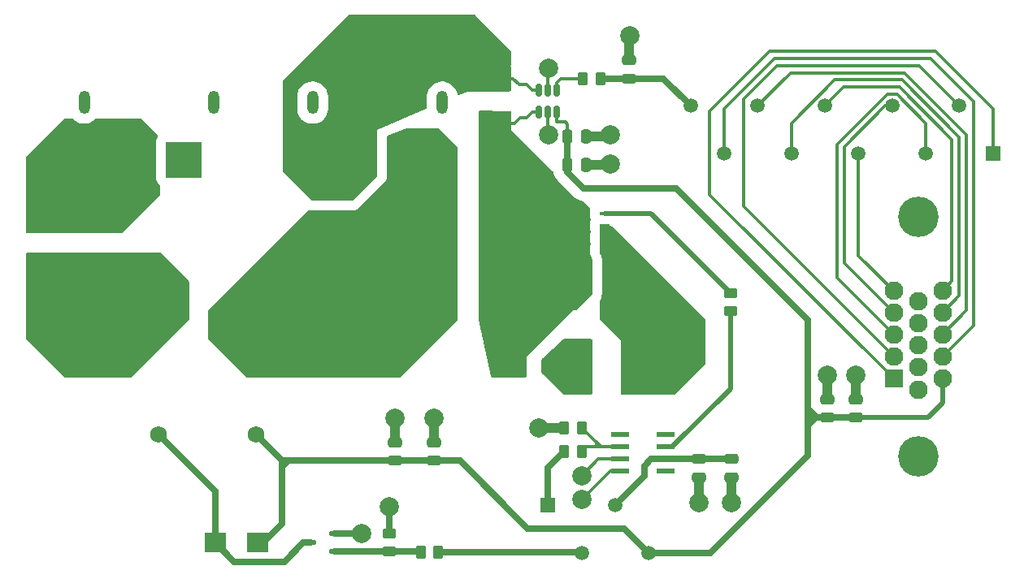
<source format=gtl>
%TF.GenerationSoftware,KiCad,Pcbnew,9.0.2*%
%TF.CreationDate,2025-06-28T00:06:52+08:00*%
%TF.ProjectId,KAPTON-HEATERV2,4b415054-4f4e-42d4-9845-415445525632,rev?*%
%TF.SameCoordinates,Original*%
%TF.FileFunction,Copper,L1,Top*%
%TF.FilePolarity,Positive*%
%FSLAX46Y46*%
G04 Gerber Fmt 4.6, Leading zero omitted, Abs format (unit mm)*
G04 Created by KiCad (PCBNEW 9.0.2) date 2025-06-28 00:06:52*
%MOMM*%
%LPD*%
G01*
G04 APERTURE LIST*
G04 Aperture macros list*
%AMRoundRect*
0 Rectangle with rounded corners*
0 $1 Rounding radius*
0 $2 $3 $4 $5 $6 $7 $8 $9 X,Y pos of 4 corners*
0 Add a 4 corners polygon primitive as box body*
4,1,4,$2,$3,$4,$5,$6,$7,$8,$9,$2,$3,0*
0 Add four circle primitives for the rounded corners*
1,1,$1+$1,$2,$3*
1,1,$1+$1,$4,$5*
1,1,$1+$1,$6,$7*
1,1,$1+$1,$8,$9*
0 Add four rect primitives between the rounded corners*
20,1,$1+$1,$2,$3,$4,$5,0*
20,1,$1+$1,$4,$5,$6,$7,0*
20,1,$1+$1,$6,$7,$8,$9,0*
20,1,$1+$1,$8,$9,$2,$3,0*%
G04 Aperture macros list end*
%TA.AperFunction,ComponentPad*%
%ADD10C,1.508000*%
%TD*%
%TA.AperFunction,ComponentPad*%
%ADD11R,1.508000X1.508000*%
%TD*%
%TA.AperFunction,SMDPad,CuDef*%
%ADD12R,3.050000X2.030000*%
%TD*%
%TA.AperFunction,SMDPad,CuDef*%
%ADD13R,8.380000X10.660000*%
%TD*%
%TA.AperFunction,SMDPad,CuDef*%
%ADD14RoundRect,0.250000X1.000000X-1.400000X1.000000X1.400000X-1.000000X1.400000X-1.000000X-1.400000X0*%
%TD*%
%TA.AperFunction,SMDPad,CuDef*%
%ADD15RoundRect,0.250000X0.475000X-0.250000X0.475000X0.250000X-0.475000X0.250000X-0.475000X-0.250000X0*%
%TD*%
%TA.AperFunction,ComponentPad*%
%ADD16R,3.716000X3.716000*%
%TD*%
%TA.AperFunction,ComponentPad*%
%ADD17C,3.716000*%
%TD*%
%TA.AperFunction,ComponentPad*%
%ADD18O,1.200000X2.400000*%
%TD*%
%TA.AperFunction,SMDPad,CuDef*%
%ADD19R,3.420000X2.640000*%
%TD*%
%TA.AperFunction,SMDPad,CuDef*%
%ADD20RoundRect,0.250000X0.262500X0.450000X-0.262500X0.450000X-0.262500X-0.450000X0.262500X-0.450000X0*%
%TD*%
%TA.AperFunction,SMDPad,CuDef*%
%ADD21R,1.981200X0.558800*%
%TD*%
%TA.AperFunction,SMDPad,CuDef*%
%ADD22RoundRect,0.250000X0.450000X-0.262500X0.450000X0.262500X-0.450000X0.262500X-0.450000X-0.262500X0*%
%TD*%
%TA.AperFunction,SMDPad,CuDef*%
%ADD23RoundRect,0.250000X-0.262500X-0.450000X0.262500X-0.450000X0.262500X0.450000X-0.262500X0.450000X0*%
%TD*%
%TA.AperFunction,SMDPad,CuDef*%
%ADD24RoundRect,0.147500X0.457500X0.147500X-0.457500X0.147500X-0.457500X-0.147500X0.457500X-0.147500X0*%
%TD*%
%TA.AperFunction,SMDPad,CuDef*%
%ADD25R,2.000000X5.520000*%
%TD*%
%TA.AperFunction,SMDPad,CuDef*%
%ADD26RoundRect,0.250000X0.250000X0.475000X-0.250000X0.475000X-0.250000X-0.475000X0.250000X-0.475000X0*%
%TD*%
%TA.AperFunction,SMDPad,CuDef*%
%ADD27RoundRect,0.150000X-0.150000X0.512500X-0.150000X-0.512500X0.150000X-0.512500X0.150000X0.512500X0*%
%TD*%
%TA.AperFunction,SMDPad,CuDef*%
%ADD28RoundRect,0.250000X-0.475000X0.250000X-0.475000X-0.250000X0.475000X-0.250000X0.475000X0.250000X0*%
%TD*%
%TA.AperFunction,ComponentPad*%
%ADD29R,1.950000X1.950000*%
%TD*%
%TA.AperFunction,ComponentPad*%
%ADD30C,1.950000*%
%TD*%
%TA.AperFunction,ComponentPad*%
%ADD31C,4.216000*%
%TD*%
%TA.AperFunction,SMDPad,CuDef*%
%ADD32R,2.250000X2.150000*%
%TD*%
%TA.AperFunction,SMDPad,CuDef*%
%ADD33RoundRect,0.250000X-0.450000X0.262500X-0.450000X-0.262500X0.450000X-0.262500X0.450000X0.262500X0*%
%TD*%
%TA.AperFunction,SMDPad,CuDef*%
%ADD34R,1.016000X0.457200*%
%TD*%
%TA.AperFunction,SMDPad,CuDef*%
%ADD35R,3.987900X4.314000*%
%TD*%
%TA.AperFunction,ComponentPad*%
%ADD36C,1.350000*%
%TD*%
%TA.AperFunction,SMDPad,CuDef*%
%ADD37RoundRect,0.250000X0.312500X0.625000X-0.312500X0.625000X-0.312500X-0.625000X0.312500X-0.625000X0*%
%TD*%
%TA.AperFunction,ComponentPad*%
%ADD38C,1.755000*%
%TD*%
%TA.AperFunction,ComponentPad*%
%ADD39C,3.090000*%
%TD*%
%TA.AperFunction,ViaPad*%
%ADD40C,2.000000*%
%TD*%
%TA.AperFunction,Conductor*%
%ADD41C,0.300000*%
%TD*%
%TA.AperFunction,Conductor*%
%ADD42C,0.500000*%
%TD*%
%TA.AperFunction,Conductor*%
%ADD43C,0.700000*%
%TD*%
%TA.AperFunction,Conductor*%
%ADD44C,1.000000*%
%TD*%
G04 APERTURE END LIST*
D10*
%TO.P,J3,10,10*%
%TO.N,Current Vout*%
X164750000Y-79700000D03*
%TO.P,J3,9,9*%
%TO.N,TH9*%
X168250000Y-84700000D03*
%TO.P,J3,8,8*%
%TO.N,TH8*%
X171750000Y-79700000D03*
%TO.P,J3,7,7*%
%TO.N,TH7*%
X175250000Y-84700000D03*
%TO.P,J3,6,6*%
%TO.N,TH6*%
X178750000Y-79700000D03*
%TO.P,J3,5,5*%
%TO.N,TH5*%
X182250000Y-84700000D03*
%TO.P,J3,4,4*%
%TO.N,TH4*%
X185750000Y-79700000D03*
%TO.P,J3,3,3*%
%TO.N,TH3*%
X189250000Y-84700000D03*
%TO.P,J3,2,2*%
%TO.N,TH2*%
X192750000Y-79700000D03*
D11*
%TO.P,J3,1,1*%
%TO.N,TH1*%
X196250000Y-84700000D03*
%TD*%
D12*
%TO.P,D2,1,A_1*%
%TO.N,HEATER OUT*%
X144372500Y-98360000D03*
%TO.P,D2,2,A_2*%
X144372500Y-93280000D03*
D13*
%TO.P,D2,3,K*%
%TO.N,/24V*%
X135757500Y-95820000D03*
%TD*%
D14*
%TO.P,D3,1*%
%TO.N,HEATER OUT*%
X151520000Y-99241750D03*
%TO.P,D3,2*%
%TO.N,GND*%
X158320000Y-99241750D03*
%TD*%
D15*
%TO.P,C9,1*%
%TO.N,5V*%
X133970000Y-116691750D03*
%TO.P,C9,2*%
%TO.N,GND*%
X133970000Y-114791750D03*
%TD*%
D16*
%TO.P,J1,1,+*%
%TO.N,/24V*%
X135722500Y-85360000D03*
D17*
%TO.P,J1,2,-*%
%TO.N,SHUNT HIGH*%
X128522500Y-85360000D03*
D18*
%TO.P,J1,S1*%
%TO.N,GND*%
X138872500Y-79360000D03*
%TO.P,J1,S2*%
X125372500Y-79360000D03*
%TD*%
D19*
%TO.P,R5,1*%
%TO.N,HEATER OUT*%
X144372500Y-81540000D03*
%TO.P,R5,2*%
%TO.N,SHUNT HIGH*%
X144372500Y-76860000D03*
%TD*%
D20*
%TO.P,R7,1*%
%TO.N,Current Vout*%
X155372500Y-76860000D03*
%TO.P,R7,2*%
%TO.N,Net-(R7-Pad2)*%
X153547500Y-76860000D03*
%TD*%
D21*
%TO.P,U1,1,NC*%
%TO.N,unconnected-(U1-NC-Pad1)*%
X157420000Y-113971750D03*
%TO.P,U1,2,INPUT_A*%
%TO.N,Net-(U1-INPUT_A)*%
X157420000Y-115241750D03*
%TO.P,U1,3,GND*%
%TO.N,GND*%
X157420000Y-116511750D03*
%TO.P,U1,4,INPUT_B*%
X157420000Y-117781750D03*
%TO.P,U1,5,OUT_B*%
%TO.N,unconnected-(U1-OUT_B-Pad5)*%
X162144400Y-117781750D03*
%TO.P,U1,6,VDD*%
%TO.N,10V*%
X162144400Y-116511750D03*
%TO.P,U1,7,OUT_A*%
%TO.N,10V PWM*%
X162144400Y-115241750D03*
%TO.P,U1,8,NC*%
%TO.N,unconnected-(U1-NC-Pad8)*%
X162144400Y-113971750D03*
%TD*%
D20*
%TO.P,R1,2*%
%TO.N,Net-(Q1-Pad1)*%
X136627500Y-126241750D03*
%TO.P,R1,1*%
%TO.N,RELAY*%
X138452500Y-126241750D03*
%TD*%
D11*
%TO.P,J4,1,1*%
%TO.N,PWM*%
X149910000Y-121311750D03*
D10*
%TO.P,J4,2,2*%
%TO.N,RELAY*%
X153410000Y-126311750D03*
%TO.P,J4,3,3*%
%TO.N,10V*%
X156910000Y-121311750D03*
%TO.P,J4,4,4*%
%TO.N,5V*%
X160410000Y-126311750D03*
%TD*%
D22*
%TO.P,R4,1*%
%TO.N,Net-(Q1-Pad1)*%
X133365000Y-126154250D03*
%TO.P,R4,2*%
%TO.N,GND*%
X133365000Y-124329250D03*
%TD*%
D23*
%TO.P,R2,1*%
%TO.N,PWM*%
X151595000Y-115741750D03*
%TO.P,R2,2*%
%TO.N,Net-(U1-INPUT_A)*%
X153420000Y-115741750D03*
%TD*%
D24*
%TO.P,Q1,1*%
%TO.N,Net-(Q1-Pad1)*%
X127675000Y-126191750D03*
%TO.P,Q1,2*%
%TO.N,GND*%
X127675000Y-124291750D03*
%TO.P,Q1,3*%
%TO.N,Net-(D1-A)*%
X125165000Y-125241750D03*
%TD*%
D25*
%TO.P,C4,1*%
%TO.N,Net-(C4-Pad1)*%
X153384000Y-106871750D03*
%TO.P,C4,2*%
%TO.N,GND*%
X158590000Y-106871750D03*
%TD*%
D26*
%TO.P,C5,1*%
%TO.N,GND*%
X153822500Y-82860000D03*
%TO.P,C5,2*%
%TO.N,5V*%
X151922500Y-82860000D03*
%TD*%
D27*
%TO.P,U2,1*%
%TO.N,Net-(R7-Pad2)*%
X150822500Y-78062500D03*
%TO.P,U2,2,GND*%
%TO.N,GND*%
X149872500Y-78062500D03*
%TO.P,U2,3,+*%
%TO.N,SHUNT HIGH*%
X148922500Y-78062500D03*
%TO.P,U2,4,-*%
%TO.N,HEATER OUT*%
X148922500Y-80337500D03*
%TO.P,U2,5,REF*%
%TO.N,GND*%
X149872500Y-80337500D03*
%TO.P,U2,6,V+*%
%TO.N,5V*%
X150822500Y-80337500D03*
%TD*%
D28*
%TO.P,C2,1*%
%TO.N,10V*%
X165590000Y-116521750D03*
%TO.P,C2,2*%
%TO.N,GND*%
X165590000Y-118421750D03*
%TD*%
D15*
%TO.P,C10,1*%
%TO.N,5V*%
X138000000Y-116691750D03*
%TO.P,C10,2*%
%TO.N,GND*%
X138000000Y-114791750D03*
%TD*%
D29*
%TO.P,J5,1,1*%
%TO.N,TH1*%
X185920000Y-108121750D03*
D30*
%TO.P,J5,2,2*%
%TO.N,TH2*%
X185920000Y-105831750D03*
%TO.P,J5,3,3*%
%TO.N,TH3*%
X185920000Y-103541750D03*
%TO.P,J5,4,4*%
%TO.N,TH4*%
X185920000Y-101251750D03*
%TO.P,J5,5,5*%
%TO.N,TH5*%
X185920000Y-98961750D03*
%TO.P,J5,6,6*%
%TO.N,unconnected-(J5-Pad6)*%
X188460000Y-109261750D03*
%TO.P,J5,7,7*%
%TO.N,unconnected-(J5-Pad7)*%
X188460000Y-106971750D03*
%TO.P,J5,8,8*%
%TO.N,unconnected-(J5-Pad8)*%
X188460000Y-104681750D03*
%TO.P,J5,9,9*%
%TO.N,unconnected-(J5-Pad9)*%
X188460000Y-102391750D03*
%TO.P,J5,10,10*%
%TO.N,GND*%
X188460000Y-100101750D03*
%TO.P,J5,11,11*%
%TO.N,5V*%
X191000000Y-108121750D03*
%TO.P,J5,12,12*%
%TO.N,TH9*%
X191000000Y-105831750D03*
%TO.P,J5,13,13*%
%TO.N,TH8*%
X191000000Y-103541750D03*
%TO.P,J5,14,14*%
%TO.N,TH7*%
X191000000Y-101251750D03*
%TO.P,J5,15,15*%
%TO.N,TH6*%
X191000000Y-98961750D03*
D31*
%TO.P,J5,S1,SHIELD*%
%TO.N,GND*%
X188460000Y-116281750D03*
%TO.P,J5,S2,SHIELD__1*%
X188460000Y-91291750D03*
%TD*%
D32*
%TO.P,D1,1,K*%
%TO.N,5V*%
X119620000Y-125241750D03*
%TO.P,D1,2,A*%
%TO.N,Net-(D1-A)*%
X115220000Y-125241750D03*
%TD*%
D15*
%TO.P,C6,1*%
%TO.N,Current Vout*%
X158372500Y-76860000D03*
%TO.P,C6,2*%
%TO.N,GND*%
X158372500Y-74960000D03*
%TD*%
D33*
%TO.P,R6,1*%
%TO.N,Net-(MOSFET1-Pad4)*%
X168920000Y-99241750D03*
%TO.P,R6,2*%
%TO.N,10V PWM*%
X168920000Y-101066750D03*
%TD*%
D20*
%TO.P,R3,1*%
%TO.N,Net-(U1-INPUT_A)*%
X153420000Y-113241750D03*
%TO.P,R3,2*%
%TO.N,GND*%
X151595000Y-113241750D03*
%TD*%
D28*
%TO.P,C1,1*%
%TO.N,10V*%
X169030000Y-116521750D03*
%TO.P,C1,2*%
%TO.N,GND*%
X169030000Y-118421750D03*
%TD*%
D34*
%TO.P,MOSFET1,1,1*%
%TO.N,GND*%
X155762000Y-94741750D03*
%TO.P,MOSFET1,2,2*%
X155762000Y-93471750D03*
%TO.P,MOSFET1,3,3*%
X155762000Y-92201750D03*
%TO.P,MOSFET1,4,4*%
%TO.N,Net-(MOSFET1-Pad4)*%
X155762000Y-90931750D03*
%TO.P,MOSFET1,5,5*%
%TO.N,HEATER OUT*%
X149920000Y-90931750D03*
%TO.P,MOSFET1,6,6*%
X149920000Y-92201750D03*
%TO.P,MOSFET1,7,7*%
X149920000Y-93471750D03*
%TO.P,MOSFET1,8,8*%
X149920000Y-94741750D03*
D35*
%TO.P,MOSFET1,9,9*%
X152269550Y-92834750D03*
%TD*%
D15*
%TO.P,C7,1*%
%TO.N,5V*%
X179025000Y-112191750D03*
%TO.P,C7,2*%
%TO.N,GND*%
X179025000Y-110291750D03*
%TD*%
D36*
%TO.P,F1,1*%
%TO.N,Net-(J2--)*%
X97500000Y-91460000D03*
%TO.P,F1,2*%
%TO.N,Net-(K1-COM)*%
X97500000Y-96540000D03*
%TD*%
D15*
%TO.P,C8,1*%
%TO.N,5V*%
X182000000Y-112191750D03*
%TO.P,C8,2*%
%TO.N,GND*%
X182000000Y-110291750D03*
%TD*%
D26*
%TO.P,C3,1*%
%TO.N,GND*%
X153822500Y-85860000D03*
%TO.P,C3,2*%
%TO.N,5V*%
X151922500Y-85860000D03*
%TD*%
D37*
%TO.P,R8,1*%
%TO.N,Net-(C4-Pad1)*%
X149790000Y-106851750D03*
%TO.P,R8,2*%
%TO.N,HEATER OUT*%
X146865000Y-106851750D03*
%TD*%
D16*
%TO.P,J2,1,+*%
%TO.N,GND*%
X111930000Y-85341750D03*
D17*
%TO.P,J2,2,-*%
%TO.N,Net-(J2--)*%
X104730000Y-85341750D03*
D18*
%TO.P,J2,S1*%
%TO.N,GND*%
X115080000Y-79341750D03*
%TO.P,J2,S2*%
X101580000Y-79341750D03*
%TD*%
D38*
%TO.P,K1,1,COIL_1*%
%TO.N,5V*%
X119500000Y-114000000D03*
%TO.P,K1,2,COIL_2*%
%TO.N,Net-(D1-A)*%
X109340000Y-114000000D03*
D39*
%TO.P,K1,3,COM*%
%TO.N,Net-(K1-COM)*%
X105530000Y-101300000D03*
%TO.P,K1,4,NO*%
%TO.N,/24V*%
X123310000Y-98760000D03*
%TD*%
D40*
%TO.N,GND*%
X156420000Y-82741750D03*
X164420000Y-105741750D03*
X179025000Y-107741750D03*
X164420000Y-103241750D03*
X133920000Y-112241750D03*
X158400000Y-72400000D03*
X165620000Y-121041750D03*
X138000000Y-112241750D03*
X149920000Y-82741750D03*
X130490000Y-124261750D03*
X153420000Y-118241750D03*
X133377500Y-121521750D03*
X161920000Y-100741750D03*
X182000000Y-107741750D03*
X161920000Y-108241750D03*
X156420000Y-85741750D03*
X161920000Y-105741750D03*
X153420000Y-120741750D03*
X161920000Y-103241750D03*
X149920000Y-75741750D03*
X148920000Y-113241750D03*
X169020000Y-121041750D03*
%TD*%
D41*
%TO.N,TH1*%
X196250000Y-80000000D02*
X196250000Y-84700000D01*
X173000000Y-74000000D02*
X190250000Y-74000000D01*
X190250000Y-74000000D02*
X196250000Y-80000000D01*
X166750000Y-80250000D02*
X173000000Y-74000000D01*
X166750000Y-88951750D02*
X166750000Y-80250000D01*
X185920000Y-108121750D02*
X166750000Y-88951750D01*
%TO.N,TH9*%
X173500000Y-74750000D02*
X168250000Y-80000000D01*
X189750000Y-74750000D02*
X173500000Y-74750000D01*
X194250000Y-79250000D02*
X189750000Y-74750000D01*
X168250000Y-80000000D02*
X168250000Y-84700000D01*
X194250000Y-102581750D02*
X194250000Y-79250000D01*
X191000000Y-105831750D02*
X194250000Y-102581750D01*
%TO.N,TH2*%
X173750000Y-75500000D02*
X188550000Y-75500000D01*
X170250000Y-79000000D02*
X173750000Y-75500000D01*
X170250000Y-90161750D02*
X170250000Y-79000000D01*
X188550000Y-75500000D02*
X192750000Y-79700000D01*
X185920000Y-105831750D02*
X170250000Y-90161750D01*
%TO.N,TH8*%
X175200000Y-76250000D02*
X171750000Y-79700000D01*
X193500000Y-82750000D02*
X187000000Y-76250000D01*
X193500000Y-101041750D02*
X193500000Y-82750000D01*
X191000000Y-103541750D02*
X193500000Y-101041750D01*
X187000000Y-76250000D02*
X175200000Y-76250000D01*
%TO.N,TH7*%
X175250000Y-81500000D02*
X175250000Y-84700000D01*
X186750000Y-77000000D02*
X179750000Y-77000000D01*
X192750000Y-83000000D02*
X186750000Y-77000000D01*
X192750000Y-99501750D02*
X192750000Y-83000000D01*
X191000000Y-101251750D02*
X192750000Y-99501750D01*
X179750000Y-77000000D02*
X175250000Y-81500000D01*
%TO.N,TH6*%
X191975000Y-97986750D02*
X191000000Y-98961750D01*
X191975000Y-83225000D02*
X191975000Y-97986750D01*
X186500000Y-77750000D02*
X191975000Y-83225000D01*
X180700000Y-77750000D02*
X186500000Y-77750000D01*
X178750000Y-79700000D02*
X180700000Y-77750000D01*
%TO.N,TH3*%
X189250000Y-81500000D02*
X189250000Y-84700000D01*
X186250000Y-78500000D02*
X189250000Y-81500000D01*
X180000000Y-83750000D02*
X185250000Y-78500000D01*
X180000000Y-97621750D02*
X180000000Y-83750000D01*
X185920000Y-103541750D02*
X180000000Y-97621750D01*
X185250000Y-78500000D02*
X186250000Y-78500000D01*
%TO.N,TH4*%
X185050000Y-79700000D02*
X185750000Y-79700000D01*
X180750000Y-96081750D02*
X180750000Y-84000000D01*
X180750000Y-84000000D02*
X185050000Y-79700000D01*
X185920000Y-101251750D02*
X180750000Y-96081750D01*
%TO.N,TH5*%
X182250000Y-95291750D02*
X182250000Y-84700000D01*
X185920000Y-98961750D02*
X182250000Y-95291750D01*
D42*
%TO.N,5V*%
X189508250Y-112191750D02*
X191000000Y-110700000D01*
X191000000Y-110700000D02*
X191000000Y-108121750D01*
X182000000Y-112191750D02*
X189508250Y-112191750D01*
D43*
X140691750Y-116691750D02*
X133970000Y-116691750D01*
X147741750Y-123741750D02*
X140691750Y-116691750D01*
X157840000Y-123741750D02*
X147741750Y-123741750D01*
X160410000Y-126311750D02*
X157840000Y-123741750D01*
%TO.N,Net-(D1-A)*%
X115220000Y-119880000D02*
X109340000Y-114000000D01*
X115220000Y-125241750D02*
X115220000Y-119880000D01*
%TO.N,5V*%
X122191750Y-118000000D02*
X122191750Y-117370000D01*
X122191750Y-118000000D02*
X122191750Y-123308250D01*
X122191750Y-117370000D02*
X122870000Y-116691750D01*
X120258250Y-125241750D02*
X119620000Y-125241750D01*
X122191750Y-123308250D02*
X120258250Y-125241750D01*
X122191750Y-116691750D02*
X122191750Y-118000000D01*
X122870000Y-116691750D02*
X122191750Y-116691750D01*
X122191750Y-116691750D02*
X119500000Y-114000000D01*
D44*
%TO.N,GND*%
X153822500Y-82860000D02*
X156301750Y-82860000D01*
D41*
X149872500Y-82694250D02*
X149920000Y-82741750D01*
D44*
X151595000Y-113241750D02*
X148920000Y-113241750D01*
D43*
X153920000Y-118241750D02*
X153420000Y-118241750D01*
X129870000Y-124291750D02*
X129920000Y-124241750D01*
D44*
X158372500Y-74960000D02*
X158372500Y-72427500D01*
D41*
X156380000Y-117781750D02*
X153420000Y-120741750D01*
D44*
X165590000Y-121011750D02*
X165620000Y-121041750D01*
X156301750Y-82860000D02*
X156420000Y-82741750D01*
X179025000Y-110291750D02*
X179025000Y-107741750D01*
D43*
X127675000Y-124291750D02*
X130460000Y-124291750D01*
D44*
X133970000Y-112291750D02*
X133920000Y-112241750D01*
X156301750Y-85860000D02*
X156420000Y-85741750D01*
X165590000Y-118421750D02*
X165590000Y-121011750D01*
X133970000Y-114791750D02*
X133970000Y-112291750D01*
D41*
X149872500Y-75789250D02*
X149920000Y-75741750D01*
D43*
X133365000Y-124329250D02*
X133365000Y-121534250D01*
D41*
X149872500Y-78062500D02*
X149872500Y-75789250D01*
D44*
X182000000Y-110291750D02*
X182000000Y-107741750D01*
D43*
X133365000Y-121534250D02*
X133377500Y-121521750D01*
D44*
X138000000Y-114791750D02*
X138000000Y-112241750D01*
D43*
X130460000Y-124291750D02*
X130490000Y-124261750D01*
D41*
X155150000Y-116511750D02*
X153420000Y-118241750D01*
X149872500Y-80337500D02*
X149872500Y-82694250D01*
D44*
X169030000Y-121031750D02*
X169020000Y-121041750D01*
D41*
X157420000Y-116511750D02*
X155150000Y-116511750D01*
D44*
X169030000Y-118421750D02*
X169030000Y-121031750D01*
D41*
X157420000Y-117781750D02*
X156380000Y-117781750D01*
D44*
X153822500Y-85860000D02*
X156301750Y-85860000D01*
X158372500Y-72427500D02*
X158400000Y-72400000D01*
D43*
%TO.N,5V*%
X133970000Y-116691750D02*
X122870000Y-116691750D01*
D41*
X150900000Y-81400000D02*
X151745000Y-81400000D01*
D43*
X160410000Y-126311750D02*
X166792394Y-126311750D01*
X179025000Y-112191750D02*
X182000000Y-112191750D01*
X176960000Y-110500000D02*
X176960000Y-102007544D01*
X176960000Y-113031750D02*
X176960000Y-113500000D01*
X178875000Y-112041750D02*
X179025000Y-112191750D01*
X151922500Y-86585000D02*
X153619250Y-88281750D01*
X176960000Y-112191750D02*
X178210000Y-112191750D01*
X178975000Y-112241750D02*
X179025000Y-112191750D01*
X177870000Y-112191750D02*
X176960000Y-111281750D01*
D41*
X151922500Y-81577500D02*
X151922500Y-82860000D01*
D43*
X178210000Y-112191750D02*
X177870000Y-112191750D01*
D41*
X150822500Y-80337500D02*
X150822500Y-81322500D01*
D43*
X177800000Y-112191750D02*
X176960000Y-113031750D01*
D41*
X151745000Y-81400000D02*
X151922500Y-81577500D01*
D43*
X177870000Y-112191750D02*
X177800000Y-112191750D01*
X176960000Y-113500000D02*
X176960000Y-110500000D01*
X166792394Y-126311750D02*
X176960000Y-116144144D01*
X151922500Y-85860000D02*
X151922500Y-86585000D01*
D41*
X150822500Y-81322500D02*
X150900000Y-81400000D01*
D43*
X176960000Y-111281750D02*
X176960000Y-110500000D01*
X151922500Y-85860000D02*
X151922500Y-82860000D01*
X153619250Y-88281750D02*
X163234206Y-88281750D01*
X176960000Y-102007544D02*
X163234206Y-88281750D01*
X176960000Y-113500000D02*
X176960000Y-116144144D01*
%TO.N,PWM*%
X149910000Y-117426750D02*
X151595000Y-115741750D01*
X149910000Y-121311750D02*
X149910000Y-117426750D01*
%TO.N,RELAY*%
X138452500Y-126241750D02*
X153340000Y-126241750D01*
X153340000Y-126241750D02*
X153410000Y-126311750D01*
%TO.N,Current Vout*%
X161910000Y-76860000D02*
X164750000Y-79700000D01*
X158372500Y-76860000D02*
X161910000Y-76860000D01*
X155372500Y-76860000D02*
X158372500Y-76860000D01*
%TO.N,Net-(D1-A)*%
X117220000Y-127241750D02*
X122420000Y-127241750D01*
X122420000Y-127241750D02*
X124420000Y-125241750D01*
X124420000Y-125241750D02*
X125165000Y-125241750D01*
X115220000Y-125241750D02*
X117220000Y-127241750D01*
%TO.N,10V*%
X162144400Y-116511750D02*
X165580000Y-116511750D01*
X160650000Y-116511750D02*
X159920000Y-117241750D01*
X165580000Y-116511750D02*
X165590000Y-116521750D01*
X162144400Y-116511750D02*
X160650000Y-116511750D01*
X169030000Y-116521750D02*
X165590000Y-116521750D01*
X159920000Y-117241750D02*
X159920000Y-118301750D01*
X159920000Y-118301750D02*
X156910000Y-121311750D01*
D41*
%TO.N,HEATER OUT*%
X148262500Y-80337500D02*
X147700000Y-80900000D01*
X146360000Y-81540000D02*
X144372500Y-81540000D01*
X148922500Y-80337500D02*
X148262500Y-80337500D01*
X147700000Y-80900000D02*
X147000000Y-80900000D01*
X147000000Y-80900000D02*
X146360000Y-81540000D01*
D43*
%TO.N,Net-(Q1-Pad1)*%
X133327500Y-126191750D02*
X133365000Y-126154250D01*
X133365000Y-126154250D02*
X136540000Y-126154250D01*
X127675000Y-126191750D02*
X133327500Y-126191750D01*
X136540000Y-126154250D02*
X136627500Y-126241750D01*
D42*
%TO.N,10V PWM*%
X162855600Y-115241750D02*
X168920000Y-109177350D01*
X162144400Y-115241750D02*
X162855600Y-115241750D01*
X168920000Y-109177350D02*
X168920000Y-101066750D01*
D41*
%TO.N,Net-(U1-INPUT_A)*%
X155420000Y-115241750D02*
X155089125Y-114910875D01*
X154800000Y-115241750D02*
X153920000Y-115241750D01*
X155089125Y-114910875D02*
X154789125Y-114610875D01*
X157420000Y-115241750D02*
X155420000Y-115241750D01*
X154970875Y-115070875D02*
X154800000Y-115241750D01*
X154970875Y-114792625D02*
X154970875Y-115070875D01*
X154789125Y-114610875D02*
X154970875Y-114792625D01*
X153920000Y-115241750D02*
X153420000Y-115741750D01*
X155089125Y-114910875D02*
X155089125Y-114952625D01*
X157420000Y-115241750D02*
X154800000Y-115241750D01*
X155089125Y-114952625D02*
X154970875Y-115070875D01*
X154789125Y-114610875D02*
X153420000Y-113241750D01*
%TO.N,SHUNT HIGH*%
X148262500Y-78062500D02*
X147700000Y-77500000D01*
X146900000Y-77500000D02*
X146260000Y-76860000D01*
X146260000Y-76860000D02*
X144372500Y-76860000D01*
X147700000Y-77500000D02*
X146900000Y-77500000D01*
X148922500Y-78062500D02*
X148262500Y-78062500D01*
D42*
%TO.N,Net-(MOSFET1-Pad4)*%
X168920000Y-99241750D02*
X160610000Y-90931750D01*
X160610000Y-90931750D02*
X155762000Y-90931750D01*
D41*
%TO.N,Net-(R7-Pad2)*%
X151240000Y-76860000D02*
X153547500Y-76860000D01*
X150822500Y-77277500D02*
X151240000Y-76860000D01*
X150822500Y-78062500D02*
X150822500Y-77277500D01*
%TD*%
%TA.AperFunction,Conductor*%
%TO.N,Net-(C4-Pad1)*%
G36*
X154443039Y-104019685D02*
G01*
X154488794Y-104072489D01*
X154500000Y-104124000D01*
X154500000Y-109676000D01*
X154480315Y-109743039D01*
X154427511Y-109788794D01*
X154376000Y-109800000D01*
X151551362Y-109800000D01*
X151484323Y-109780315D01*
X151463681Y-109763681D01*
X149336319Y-107636319D01*
X149302834Y-107574996D01*
X149300000Y-107548638D01*
X149300000Y-106054853D01*
X149319685Y-105987814D01*
X149340585Y-105963103D01*
X151464528Y-104032246D01*
X151527374Y-104001717D01*
X151547939Y-104000000D01*
X154376000Y-104000000D01*
X154443039Y-104019685D01*
G37*
%TD.AperFunction*%
%TD*%
%TA.AperFunction,Conductor*%
%TO.N,HEATER OUT*%
G36*
X144115677Y-80219685D02*
G01*
X144136319Y-80236319D01*
X150408539Y-86508539D01*
X150441099Y-86565921D01*
X150487403Y-86749681D01*
X150580493Y-86954627D01*
X150613464Y-87002217D01*
X150649415Y-87054109D01*
X150665416Y-87086403D01*
X150670942Y-87103412D01*
X150767451Y-87292820D01*
X150892389Y-87464784D01*
X150892393Y-87464788D01*
X150892396Y-87464792D01*
X151001538Y-87573934D01*
X151047038Y-87619434D01*
X151047049Y-87619444D01*
X152586020Y-89158415D01*
X152586034Y-89158430D01*
X152589145Y-89161541D01*
X152589146Y-89161542D01*
X152739458Y-89311854D01*
X152739461Y-89311856D01*
X152739465Y-89311860D01*
X152911429Y-89436798D01*
X152911431Y-89436799D01*
X152911434Y-89436801D01*
X153100838Y-89533307D01*
X153303007Y-89598996D01*
X153496088Y-89629578D01*
X153559221Y-89659506D01*
X153564369Y-89664369D01*
X154248455Y-90348455D01*
X154281940Y-90409778D01*
X154279990Y-90470246D01*
X154264114Y-90525729D01*
X154264113Y-90525736D01*
X154253500Y-90645116D01*
X154253500Y-91218378D01*
X154253501Y-91218384D01*
X154264113Y-91337765D01*
X154319873Y-91532639D01*
X154319873Y-91600861D01*
X154264114Y-91795733D01*
X154264113Y-91795736D01*
X154253500Y-91915116D01*
X154253500Y-92488378D01*
X154253501Y-92488384D01*
X154264113Y-92607765D01*
X154319873Y-92802639D01*
X154319873Y-92870861D01*
X154264114Y-93065733D01*
X154264113Y-93065736D01*
X154253500Y-93185116D01*
X154253500Y-93758378D01*
X154253501Y-93758384D01*
X154264113Y-93877765D01*
X154319873Y-94072639D01*
X154319873Y-94140861D01*
X154264114Y-94335733D01*
X154264113Y-94335736D01*
X154253500Y-94455116D01*
X154253500Y-95028378D01*
X154253501Y-95028384D01*
X154264113Y-95147765D01*
X154320089Y-95343395D01*
X154320090Y-95343398D01*
X154320091Y-95343399D01*
X154414302Y-95523757D01*
X154472102Y-95594644D01*
X154499211Y-95659038D01*
X154500000Y-95673003D01*
X154500000Y-99348638D01*
X154480315Y-99415677D01*
X154463681Y-99436319D01*
X152936319Y-100963681D01*
X152874996Y-100997166D01*
X152848638Y-101000000D01*
X152499999Y-101000000D01*
X147700000Y-105799999D01*
X147700000Y-107876000D01*
X147680315Y-107943039D01*
X147627511Y-107988794D01*
X147576000Y-108000000D01*
X144100010Y-108000000D01*
X144032971Y-107980315D01*
X143987216Y-107927511D01*
X143978822Y-107902257D01*
X142702812Y-102012978D01*
X142700000Y-101986721D01*
X142700000Y-80324000D01*
X142719685Y-80256961D01*
X142772489Y-80211206D01*
X142824000Y-80200000D01*
X144048638Y-80200000D01*
X144115677Y-80219685D01*
G37*
%TD.AperFunction*%
%TD*%
%TA.AperFunction,Conductor*%
%TO.N,GND*%
G36*
X155538105Y-92162375D02*
G01*
X155663583Y-92182250D01*
X156430888Y-92182250D01*
X156497927Y-92201935D01*
X156518569Y-92218569D01*
X166263681Y-101963681D01*
X166297166Y-102025004D01*
X166300000Y-102051362D01*
X166300000Y-106548638D01*
X166280315Y-106615677D01*
X166263681Y-106636319D01*
X163136319Y-109763681D01*
X163074996Y-109797166D01*
X163048638Y-109800000D01*
X157624000Y-109800000D01*
X157556961Y-109780315D01*
X157511206Y-109727511D01*
X157500000Y-109676000D01*
X157500000Y-104200000D01*
X155336319Y-102036319D01*
X155302834Y-101974996D01*
X155300000Y-101948638D01*
X155300000Y-100028114D01*
X155319685Y-99961075D01*
X155320410Y-99959959D01*
X155368308Y-99887374D01*
X155445083Y-99698967D01*
X155464768Y-99631928D01*
X155484917Y-99551044D01*
X155505500Y-99348638D01*
X155505500Y-95673003D01*
X155503899Y-95616284D01*
X155503110Y-95602319D01*
X155485502Y-95463434D01*
X155425937Y-95268899D01*
X155398828Y-95204505D01*
X155363340Y-95129106D01*
X155320463Y-95064047D01*
X155300008Y-94997238D01*
X155300000Y-94995811D01*
X155300000Y-94377778D01*
X155303575Y-94348218D01*
X155304790Y-94343267D01*
X155325373Y-94140862D01*
X155325373Y-94072627D01*
X155322470Y-93996294D01*
X155322470Y-93996291D01*
X155301945Y-93881770D01*
X155300000Y-93859895D01*
X155300000Y-93107778D01*
X155303575Y-93078218D01*
X155304790Y-93073267D01*
X155325373Y-92870862D01*
X155325373Y-92802627D01*
X155322470Y-92726294D01*
X155322470Y-92726291D01*
X155301945Y-92611770D01*
X155300000Y-92589895D01*
X155300000Y-92284849D01*
X155302550Y-92276163D01*
X155301262Y-92267202D01*
X155312240Y-92243161D01*
X155319685Y-92217810D01*
X155326525Y-92211882D01*
X155330287Y-92203646D01*
X155352521Y-92189356D01*
X155372489Y-92172055D01*
X155383003Y-92169767D01*
X155389065Y-92165872D01*
X155424000Y-92160849D01*
X155518708Y-92160849D01*
X155538105Y-92162375D01*
G37*
%TD.AperFunction*%
%TD*%
%TA.AperFunction,Conductor*%
%TO.N,Net-(J2--)*%
G36*
X100390478Y-81019685D02*
G01*
X100411120Y-81036319D01*
X100537345Y-81162544D01*
X100537350Y-81162548D01*
X100715117Y-81291702D01*
X100741155Y-81310620D01*
X100884184Y-81383497D01*
X100965616Y-81424989D01*
X100965618Y-81424989D01*
X100965621Y-81424991D01*
X101205215Y-81502840D01*
X101454038Y-81542250D01*
X101454039Y-81542250D01*
X101705961Y-81542250D01*
X101705962Y-81542250D01*
X101954785Y-81502840D01*
X102194379Y-81424991D01*
X102418845Y-81310620D01*
X102622656Y-81162543D01*
X102748880Y-81036319D01*
X102810203Y-81002834D01*
X102836561Y-81000000D01*
X107448638Y-81000000D01*
X107515677Y-81019685D01*
X107536319Y-81036319D01*
X109242035Y-82742035D01*
X109275520Y-82803358D01*
X109270536Y-82873050D01*
X109250459Y-82908073D01*
X109232305Y-82930338D01*
X109138089Y-83110704D01*
X109082114Y-83306333D01*
X109082113Y-83306336D01*
X109071500Y-83425716D01*
X109071500Y-87257778D01*
X109071501Y-87257784D01*
X109082113Y-87377165D01*
X109138089Y-87572795D01*
X109138090Y-87572798D01*
X109138091Y-87572799D01*
X109232302Y-87753157D01*
X109232304Y-87753159D01*
X109360888Y-87910856D01*
X109360889Y-87910857D01*
X109360891Y-87910859D01*
X109454362Y-87987074D01*
X109493878Y-88044694D01*
X109500000Y-88083175D01*
X109500000Y-88948638D01*
X109480315Y-89015677D01*
X109463681Y-89036319D01*
X105536319Y-92963681D01*
X105474996Y-92997166D01*
X105448638Y-93000000D01*
X95624000Y-93000000D01*
X95556961Y-92980315D01*
X95511206Y-92927511D01*
X95500000Y-92876000D01*
X95500000Y-85051362D01*
X95519685Y-84984323D01*
X95536319Y-84963681D01*
X99463681Y-81036319D01*
X99525004Y-81002834D01*
X99551362Y-81000000D01*
X100323439Y-81000000D01*
X100390478Y-81019685D01*
G37*
%TD.AperFunction*%
%TD*%
%TA.AperFunction,Conductor*%
%TO.N,Net-(K1-COM)*%
G36*
X109515677Y-95019685D02*
G01*
X109536319Y-95036319D01*
X112463681Y-97963681D01*
X112497166Y-98025004D01*
X112500000Y-98051362D01*
X112500000Y-101948638D01*
X112480315Y-102015677D01*
X112463681Y-102036319D01*
X106536319Y-107963681D01*
X106474996Y-107997166D01*
X106448638Y-108000000D01*
X99551362Y-108000000D01*
X99484323Y-107980315D01*
X99463681Y-107963681D01*
X95536319Y-104036319D01*
X95502834Y-103974996D01*
X95500000Y-103948638D01*
X95500000Y-95124000D01*
X95519685Y-95056961D01*
X95572489Y-95011206D01*
X95624000Y-95000000D01*
X109448638Y-95000000D01*
X109515677Y-95019685D01*
G37*
%TD.AperFunction*%
%TD*%
%TA.AperFunction,Conductor*%
%TO.N,/24V*%
G36*
X138515677Y-82019685D02*
G01*
X138536319Y-82036319D01*
X140463681Y-83963681D01*
X140497166Y-84025004D01*
X140500000Y-84051362D01*
X140500000Y-101948638D01*
X140480315Y-102015677D01*
X140463681Y-102036319D01*
X134536319Y-107963681D01*
X134474996Y-107997166D01*
X134448638Y-108000000D01*
X118551362Y-108000000D01*
X118484323Y-107980315D01*
X118463681Y-107963681D01*
X114536319Y-104036319D01*
X114502834Y-103974996D01*
X114500000Y-103948638D01*
X114500000Y-101051361D01*
X114519685Y-100984322D01*
X114536314Y-100963685D01*
X124913363Y-90586636D01*
X124974682Y-90553154D01*
X125035974Y-90555342D01*
X125068072Y-90564768D01*
X125148956Y-90584917D01*
X125266832Y-90596904D01*
X125351361Y-90605500D01*
X125351362Y-90605500D01*
X129471140Y-90605500D01*
X129481887Y-90604923D01*
X129578629Y-90599738D01*
X129604987Y-90596904D01*
X129791871Y-90558610D01*
X129979382Y-90479672D01*
X130040705Y-90446187D01*
X130112138Y-90403245D01*
X130269815Y-90274677D01*
X132797177Y-87747315D01*
X132869112Y-87667230D01*
X132885746Y-87646588D01*
X132990808Y-87487374D01*
X133067583Y-87298967D01*
X133087268Y-87231928D01*
X133107417Y-87151044D01*
X133128000Y-86948638D01*
X133128000Y-82946169D01*
X133147685Y-82879130D01*
X133200489Y-82833375D01*
X133203304Y-82832131D01*
X134690148Y-82197914D01*
X135130824Y-82009943D01*
X135179475Y-82000000D01*
X138448638Y-82000000D01*
X138515677Y-82019685D01*
G37*
%TD.AperFunction*%
%TD*%
%TA.AperFunction,Conductor*%
%TO.N,SHUNT HIGH*%
G36*
X142315677Y-70219685D02*
G01*
X142336319Y-70236319D01*
X146063681Y-73963681D01*
X146097166Y-74025004D01*
X146100000Y-74051362D01*
X146100000Y-75348638D01*
X146080315Y-75415677D01*
X146063681Y-75436319D01*
X145300000Y-76199999D01*
X145300000Y-77400000D01*
X145888319Y-77988319D01*
X145921804Y-78049642D01*
X145916820Y-78119334D01*
X145874948Y-78175267D01*
X145809484Y-78199684D01*
X145800638Y-78200000D01*
X141499998Y-78200000D01*
X140619848Y-78575430D01*
X140550461Y-78583627D01*
X140487657Y-78553009D01*
X140451377Y-78493297D01*
X140448726Y-78480780D01*
X140433590Y-78385215D01*
X140355741Y-78145621D01*
X140355739Y-78145618D01*
X140355739Y-78145616D01*
X140306837Y-78049642D01*
X140241370Y-77921155D01*
X140222452Y-77895117D01*
X140093298Y-77717350D01*
X140093294Y-77717345D01*
X139915154Y-77539205D01*
X139915149Y-77539201D01*
X139711348Y-77391132D01*
X139711347Y-77391131D01*
X139711345Y-77391130D01*
X139641247Y-77355413D01*
X139486883Y-77276760D01*
X139247285Y-77198910D01*
X138998462Y-77159500D01*
X138746538Y-77159500D01*
X138622126Y-77179205D01*
X138497714Y-77198910D01*
X138258116Y-77276760D01*
X138033651Y-77391132D01*
X137829850Y-77539201D01*
X137829845Y-77539205D01*
X137651705Y-77717345D01*
X137651701Y-77717350D01*
X137503632Y-77921151D01*
X137389260Y-78145616D01*
X137311410Y-78385214D01*
X137272000Y-78634038D01*
X137272000Y-79921548D01*
X137252315Y-79988587D01*
X137199511Y-80034342D01*
X137196651Y-80035605D01*
X132122500Y-82199999D01*
X132122500Y-86948638D01*
X132102815Y-87015677D01*
X132086181Y-87036319D01*
X129558819Y-89563681D01*
X129497496Y-89597166D01*
X129471138Y-89600000D01*
X125351362Y-89600000D01*
X125284323Y-89580315D01*
X125263681Y-89563681D01*
X122336319Y-86636319D01*
X122302834Y-86574996D01*
X122300000Y-86548638D01*
X122300000Y-78634038D01*
X123772000Y-78634038D01*
X123772000Y-80085962D01*
X123805426Y-80297006D01*
X123811410Y-80334785D01*
X123889260Y-80574383D01*
X124003632Y-80798848D01*
X124151701Y-81002649D01*
X124151705Y-81002654D01*
X124329845Y-81180794D01*
X124329850Y-81180798D01*
X124507617Y-81309952D01*
X124533655Y-81328870D01*
X124676684Y-81401747D01*
X124758116Y-81443239D01*
X124758118Y-81443239D01*
X124758121Y-81443241D01*
X124997715Y-81521090D01*
X125246538Y-81560500D01*
X125246539Y-81560500D01*
X125498461Y-81560500D01*
X125498462Y-81560500D01*
X125747285Y-81521090D01*
X125986879Y-81443241D01*
X126211345Y-81328870D01*
X126415156Y-81180793D01*
X126593293Y-81002656D01*
X126741370Y-80798845D01*
X126855741Y-80574379D01*
X126933590Y-80334785D01*
X126973000Y-80085962D01*
X126973000Y-78634038D01*
X126933590Y-78385215D01*
X126855741Y-78145621D01*
X126855739Y-78145618D01*
X126855739Y-78145616D01*
X126806837Y-78049642D01*
X126741370Y-77921155D01*
X126722452Y-77895117D01*
X126593298Y-77717350D01*
X126593294Y-77717345D01*
X126415154Y-77539205D01*
X126415149Y-77539201D01*
X126211348Y-77391132D01*
X126211347Y-77391131D01*
X126211345Y-77391130D01*
X126141247Y-77355413D01*
X125986883Y-77276760D01*
X125747285Y-77198910D01*
X125498462Y-77159500D01*
X125246538Y-77159500D01*
X125122126Y-77179205D01*
X124997714Y-77198910D01*
X124758116Y-77276760D01*
X124533651Y-77391132D01*
X124329850Y-77539201D01*
X124329845Y-77539205D01*
X124151705Y-77717345D01*
X124151701Y-77717350D01*
X124003632Y-77921151D01*
X123889260Y-78145616D01*
X123871590Y-78200000D01*
X123811410Y-78385215D01*
X123772000Y-78634038D01*
X122300000Y-78634038D01*
X122300000Y-77051362D01*
X122319685Y-76984323D01*
X122336319Y-76963681D01*
X129063681Y-70236319D01*
X129125004Y-70202834D01*
X129151362Y-70200000D01*
X142248638Y-70200000D01*
X142315677Y-70219685D01*
G37*
%TD.AperFunction*%
%TD*%
M02*

</source>
